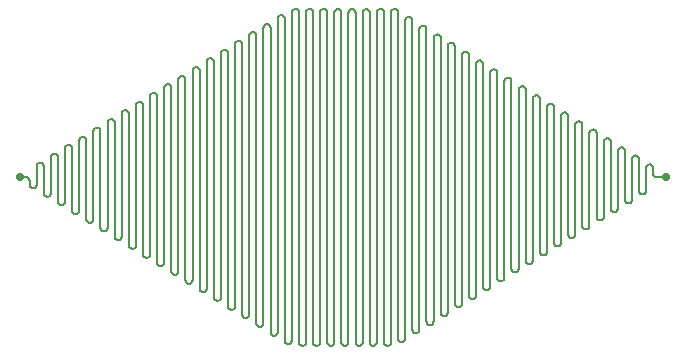
<source format=gbr>
G04 #@! TF.GenerationSoftware,KiCad,Pcbnew,(5.1.5)-3*
G04 #@! TF.CreationDate,2021-10-24T21:59:30+02:00*
G04 #@! TF.ProjectId,seg4,73656734-2e6b-4696-9361-645f70636258,1*
G04 #@! TF.SameCoordinates,Original*
G04 #@! TF.FileFunction,Copper,L1,Top*
G04 #@! TF.FilePolarity,Positive*
%FSLAX46Y46*%
G04 Gerber Fmt 4.6, Leading zero omitted, Abs format (unit mm)*
G04 Created by KiCad (PCBNEW (5.1.5)-3) date 2021-10-24 21:59:30*
%MOMM*%
%LPD*%
G04 APERTURE LIST*
%ADD10C,0.700000*%
%ADD11C,0.152400*%
G04 APERTURE END LIST*
D10*
X167855555Y-88895998D03*
X113199407Y-88895998D03*
D11*
X165034452Y-87158952D02*
X165081955Y-87111449D01*
X164998711Y-87215833D02*
X165034452Y-87158952D01*
X164976523Y-87279242D02*
X164998711Y-87215833D01*
X164969002Y-87345998D02*
X164976523Y-87279242D01*
X164969002Y-90795998D02*
X164969002Y-87345998D01*
X164961480Y-90862754D02*
X164969002Y-90795998D01*
X164939292Y-90926163D02*
X164961480Y-90862754D01*
X164903551Y-90983044D02*
X164939292Y-90926163D01*
X164856048Y-91030547D02*
X164903551Y-90983044D01*
X164799167Y-91066288D02*
X164856048Y-91030547D01*
X164735758Y-91088476D02*
X164799167Y-91066288D01*
X164669002Y-91095998D02*
X164735758Y-91088476D01*
X164602245Y-91088476D02*
X164669002Y-91095998D01*
X164538836Y-91066288D02*
X164602245Y-91088476D01*
X164481955Y-91030547D02*
X164538836Y-91066288D01*
X164434452Y-90983044D02*
X164481955Y-91030547D01*
X164398711Y-90926163D02*
X164434452Y-90983044D01*
X164376523Y-90862754D02*
X164398711Y-90926163D01*
X164369002Y-90795998D02*
X164376523Y-90862754D01*
X164369002Y-86645998D02*
X164369002Y-90795998D01*
X164361480Y-86579242D02*
X164369002Y-86645998D01*
X164339292Y-86515833D02*
X164361480Y-86579242D01*
X164303551Y-86458952D02*
X164339292Y-86515833D01*
X164256048Y-86411449D02*
X164303551Y-86458952D01*
X164199167Y-86375708D02*
X164256048Y-86411449D01*
X164135758Y-86353520D02*
X164199167Y-86375708D01*
X164069002Y-86345998D02*
X164135758Y-86353520D01*
X164002245Y-86353520D02*
X164069002Y-86345998D01*
X163938836Y-86375708D02*
X164002245Y-86353520D01*
X163881955Y-86411449D02*
X163938836Y-86375708D01*
X163834452Y-86458952D02*
X163881955Y-86411449D01*
X163798711Y-86515833D02*
X163834452Y-86458952D01*
X163776523Y-86579242D02*
X163798711Y-86515833D01*
X163769002Y-86645998D02*
X163776523Y-86579242D01*
X163769002Y-91545998D02*
X163769002Y-86645998D01*
X163761480Y-91612754D02*
X163769002Y-91545998D01*
X163739292Y-91676163D02*
X163761480Y-91612754D01*
X163703551Y-91733044D02*
X163739292Y-91676163D01*
X163656048Y-91780547D02*
X163703551Y-91733044D01*
X163599167Y-91816288D02*
X163656048Y-91780547D01*
X163535758Y-91838476D02*
X163599167Y-91816288D01*
X163469002Y-91845998D02*
X163535758Y-91838476D01*
X163402245Y-91838476D02*
X163469002Y-91845998D01*
X163338836Y-91816288D02*
X163402245Y-91838476D01*
X163281955Y-91780547D02*
X163338836Y-91816288D01*
X163234452Y-91733044D02*
X163281955Y-91780547D01*
X163198711Y-91676163D02*
X163234452Y-91733044D01*
X163176523Y-91612754D02*
X163198711Y-91676163D01*
X163169002Y-91545998D02*
X163176523Y-91612754D01*
X163169002Y-85895998D02*
X163169002Y-91545998D01*
X163161480Y-85829242D02*
X163169002Y-85895998D01*
X163139292Y-85765833D02*
X163161480Y-85829242D01*
X163103551Y-85708952D02*
X163139292Y-85765833D01*
X163056048Y-85661449D02*
X163103551Y-85708952D01*
X162999167Y-85625708D02*
X163056048Y-85661449D01*
X162935758Y-85603520D02*
X162999167Y-85625708D01*
X162869002Y-85595998D02*
X162935758Y-85603520D01*
X162802245Y-85603520D02*
X162869002Y-85595998D01*
X162738836Y-85625708D02*
X162802245Y-85603520D01*
X162681955Y-85661449D02*
X162738836Y-85625708D01*
X162634452Y-85708952D02*
X162681955Y-85661449D01*
X162598711Y-85765833D02*
X162634452Y-85708952D01*
X162576523Y-85829242D02*
X162598711Y-85765833D01*
X162569002Y-85895998D02*
X162576523Y-85829242D01*
X162569002Y-92245998D02*
X162569002Y-85895998D01*
X162561480Y-92312754D02*
X162569002Y-92245998D01*
X162539292Y-92376163D02*
X162561480Y-92312754D01*
X162503551Y-92433044D02*
X162539292Y-92376163D01*
X162456048Y-92480547D02*
X162503551Y-92433044D01*
X162399167Y-92516288D02*
X162456048Y-92480547D01*
X162335758Y-92538476D02*
X162399167Y-92516288D01*
X162269002Y-92545998D02*
X162335758Y-92538476D01*
X162202245Y-92538476D02*
X162269002Y-92545998D01*
X162138836Y-92516288D02*
X162202245Y-92538476D01*
X162081955Y-92480547D02*
X162138836Y-92516288D01*
X162034452Y-92433044D02*
X162081955Y-92480547D01*
X161998711Y-92376163D02*
X162034452Y-92433044D01*
X161976523Y-92312754D02*
X161998711Y-92376163D01*
X161969002Y-92245998D02*
X161976523Y-92312754D01*
X161969002Y-85145998D02*
X161969002Y-92245998D01*
X161961480Y-85079242D02*
X161969002Y-85145998D01*
X161939292Y-85015833D02*
X161961480Y-85079242D01*
X161903551Y-84958952D02*
X161939292Y-85015833D01*
X161856048Y-84911449D02*
X161903551Y-84958952D01*
X161799167Y-84875708D02*
X161856048Y-84911449D01*
X161735758Y-84853520D02*
X161799167Y-84875708D01*
X161669002Y-84845998D02*
X161735758Y-84853520D01*
X161602245Y-84853520D02*
X161669002Y-84845998D01*
X161538836Y-84875708D02*
X161602245Y-84853520D01*
X161481955Y-84911449D02*
X161538836Y-84875708D01*
X161434452Y-84958952D02*
X161481955Y-84911449D01*
X161398711Y-85015833D02*
X161434452Y-84958952D01*
X161376523Y-85079242D02*
X161398711Y-85015833D01*
X161369002Y-85145998D02*
X161376523Y-85079242D01*
X161369002Y-92995998D02*
X161369002Y-85145998D01*
X161361480Y-93062754D02*
X161369002Y-92995998D01*
X161339292Y-93126163D02*
X161361480Y-93062754D01*
X161303551Y-93183044D02*
X161339292Y-93126163D01*
X161256048Y-93230547D02*
X161303551Y-93183044D01*
X161199167Y-93266288D02*
X161256048Y-93230547D01*
X161135758Y-93288476D02*
X161199167Y-93266288D01*
X161069002Y-93295998D02*
X161135758Y-93288476D01*
X161002245Y-93288476D02*
X161069002Y-93295998D01*
X160938836Y-93266288D02*
X161002245Y-93288476D01*
X160881955Y-93230547D02*
X160938836Y-93266288D01*
X160834452Y-93183044D02*
X160881955Y-93230547D01*
X160798711Y-93126163D02*
X160834452Y-93183044D01*
X160776523Y-93062754D02*
X160798711Y-93126163D01*
X160769002Y-92995998D02*
X160776523Y-93062754D01*
X160769002Y-84445998D02*
X160769002Y-92995998D01*
X160761480Y-84379242D02*
X160769002Y-84445998D01*
X160739292Y-84315833D02*
X160761480Y-84379242D01*
X160703551Y-84258952D02*
X160739292Y-84315833D01*
X160656048Y-84211449D02*
X160703551Y-84258952D01*
X160599167Y-84175708D02*
X160656048Y-84211449D01*
X160535758Y-84153520D02*
X160599167Y-84175708D01*
X160469002Y-84145998D02*
X160535758Y-84153520D01*
X160402245Y-84153520D02*
X160469002Y-84145998D01*
X160338836Y-84175708D02*
X160402245Y-84153520D01*
X160281955Y-84211449D02*
X160338836Y-84175708D01*
X160234452Y-84258952D02*
X160281955Y-84211449D01*
X160198711Y-84315833D02*
X160234452Y-84258952D01*
X160176523Y-84379242D02*
X160198711Y-84315833D01*
X160169002Y-84445998D02*
X160176523Y-84379242D01*
X160169002Y-93745998D02*
X160169002Y-84445998D01*
X160161480Y-93812754D02*
X160169002Y-93745998D01*
X160139292Y-93876163D02*
X160161480Y-93812754D01*
X160103551Y-93933044D02*
X160139292Y-93876163D01*
X160056048Y-93980547D02*
X160103551Y-93933044D01*
X159999167Y-94016288D02*
X160056048Y-93980547D01*
X159935758Y-94038476D02*
X159999167Y-94016288D01*
X159869002Y-94045998D02*
X159935758Y-94038476D01*
X159802245Y-94038476D02*
X159869002Y-94045998D01*
X159738836Y-94016288D02*
X159802245Y-94038476D01*
X159681955Y-93980547D02*
X159738836Y-94016288D01*
X159634452Y-93933044D02*
X159681955Y-93980547D01*
X159598711Y-93876163D02*
X159634452Y-93933044D01*
X159576523Y-93812754D02*
X159598711Y-93876163D01*
X159539292Y-83565833D02*
X159561480Y-83629242D01*
X159503551Y-83508952D02*
X159539292Y-83565833D01*
X159456048Y-83461449D02*
X159503551Y-83508952D01*
X159399167Y-83425708D02*
X159456048Y-83461449D01*
X159335758Y-83403520D02*
X159399167Y-83425708D01*
X159269002Y-83395998D02*
X159335758Y-83403520D01*
X159202245Y-83403520D02*
X159269002Y-83395998D01*
X159138836Y-83425708D02*
X159202245Y-83403520D01*
X159081955Y-83461449D02*
X159138836Y-83425708D01*
X159034452Y-83508952D02*
X159081955Y-83461449D01*
X158998711Y-83565833D02*
X159034452Y-83508952D01*
X158976523Y-83629242D02*
X158998711Y-83565833D01*
X158969002Y-83695998D02*
X158976523Y-83629242D01*
X158969002Y-94445998D02*
X158969002Y-83695998D01*
X158961480Y-94512754D02*
X158969002Y-94445998D01*
X158939292Y-94576163D02*
X158961480Y-94512754D01*
X158903551Y-94633044D02*
X158939292Y-94576163D01*
X158856048Y-94680547D02*
X158903551Y-94633044D01*
X158799167Y-94716288D02*
X158856048Y-94680547D01*
X158735758Y-94738476D02*
X158799167Y-94716288D01*
X158669002Y-94745998D02*
X158735758Y-94738476D01*
X158602245Y-94738476D02*
X158669002Y-94745998D01*
X158538836Y-94716288D02*
X158602245Y-94738476D01*
X158481955Y-94680547D02*
X158538836Y-94716288D01*
X158434452Y-94633044D02*
X158481955Y-94680547D01*
X158398711Y-94576163D02*
X158434452Y-94633044D01*
X158376523Y-94512754D02*
X158398711Y-94576163D01*
X158369002Y-94445998D02*
X158376523Y-94512754D01*
X158369002Y-82945998D02*
X158369002Y-94445998D01*
X158361480Y-82879242D02*
X158369002Y-82945998D01*
X158339292Y-82815833D02*
X158361480Y-82879242D01*
X158303551Y-82758952D02*
X158339292Y-82815833D01*
X158256048Y-82711449D02*
X158303551Y-82758952D01*
X158199167Y-82675708D02*
X158256048Y-82711449D01*
X158135758Y-82653520D02*
X158199167Y-82675708D01*
X158069002Y-82645998D02*
X158135758Y-82653520D01*
X158002245Y-82653520D02*
X158069002Y-82645998D01*
X157938836Y-82675708D02*
X158002245Y-82653520D01*
X157881955Y-82711449D02*
X157938836Y-82675708D01*
X157834452Y-82758952D02*
X157881955Y-82711449D01*
X157798711Y-82815833D02*
X157834452Y-82758952D01*
X157776523Y-82879242D02*
X157798711Y-82815833D01*
X157769002Y-82945998D02*
X157776523Y-82879242D01*
X157769002Y-95195998D02*
X157769002Y-82945998D01*
X157761480Y-95262754D02*
X157769002Y-95195998D01*
X157739292Y-95326163D02*
X157761480Y-95262754D01*
X157703551Y-95383044D02*
X157739292Y-95326163D01*
X157656048Y-95430547D02*
X157703551Y-95383044D01*
X157599167Y-95466288D02*
X157656048Y-95430547D01*
X157535758Y-95488476D02*
X157599167Y-95466288D01*
X157469002Y-95495998D02*
X157535758Y-95488476D01*
X157402245Y-95488476D02*
X157469002Y-95495998D01*
X157338836Y-95466288D02*
X157402245Y-95488476D01*
X157281955Y-95430547D02*
X157338836Y-95466288D01*
X157234452Y-95383044D02*
X157281955Y-95430547D01*
X157198711Y-95326163D02*
X157234452Y-95383044D01*
X157176523Y-95262754D02*
X157198711Y-95326163D01*
X157169002Y-95195998D02*
X157176523Y-95262754D01*
X157169002Y-82245998D02*
X157169002Y-95195998D01*
X157161480Y-82179242D02*
X157169002Y-82245998D01*
X157139292Y-82115833D02*
X157161480Y-82179242D01*
X157103551Y-82058952D02*
X157139292Y-82115833D01*
X157056048Y-82011449D02*
X157103551Y-82058952D01*
X156999167Y-81975708D02*
X157056048Y-82011449D01*
X156935758Y-81953520D02*
X156999167Y-81975708D01*
X156869002Y-81945998D02*
X156935758Y-81953520D01*
X156802245Y-81953520D02*
X156869002Y-81945998D01*
X156738836Y-81975708D02*
X156802245Y-81953520D01*
X156681955Y-82011449D02*
X156738836Y-81975708D01*
X156634452Y-82058952D02*
X156681955Y-82011449D01*
X156598711Y-82115833D02*
X156634452Y-82058952D01*
X156576523Y-82179242D02*
X156598711Y-82115833D01*
X156569002Y-82245998D02*
X156576523Y-82179242D01*
X156569002Y-95945998D02*
X156569002Y-82245998D01*
X156561480Y-96012754D02*
X156569002Y-95945998D01*
X156539292Y-96076163D02*
X156561480Y-96012754D01*
X156503551Y-96133044D02*
X156539292Y-96076163D01*
X156456048Y-96180547D02*
X156503551Y-96133044D01*
X156399167Y-96216288D02*
X156456048Y-96180547D01*
X156335758Y-96238476D02*
X156399167Y-96216288D01*
X156269002Y-96245998D02*
X156335758Y-96238476D01*
X156202245Y-96238476D02*
X156269002Y-96245998D01*
X156138836Y-96216288D02*
X156202245Y-96238476D01*
X156081955Y-96180547D02*
X156138836Y-96216288D01*
X156034452Y-96133044D02*
X156081955Y-96180547D01*
X155998711Y-96076163D02*
X156034452Y-96133044D01*
X155976523Y-96012754D02*
X155998711Y-96076163D01*
X155969002Y-95945998D02*
X155976523Y-96012754D01*
X155969002Y-81495998D02*
X155969002Y-95945998D01*
X155961480Y-81429242D02*
X155969002Y-81495998D01*
X155939292Y-81365833D02*
X155961480Y-81429242D01*
X155903551Y-81308952D02*
X155939292Y-81365833D01*
X155856048Y-81261449D02*
X155903551Y-81308952D01*
X155799167Y-81225708D02*
X155856048Y-81261449D01*
X155735758Y-81203520D02*
X155799167Y-81225708D01*
X155669002Y-81195998D02*
X155735758Y-81203520D01*
X155602245Y-81203520D02*
X155669002Y-81195998D01*
X155538836Y-81225708D02*
X155602245Y-81203520D01*
X155481955Y-81261449D02*
X155538836Y-81225708D01*
X155434452Y-81308952D02*
X155481955Y-81261449D01*
X155398711Y-81365833D02*
X155434452Y-81308952D01*
X155376523Y-81429242D02*
X155398711Y-81365833D01*
X155369002Y-81495998D02*
X155376523Y-81429242D01*
X155369002Y-96645998D02*
X155369002Y-81495998D01*
X155361480Y-96712754D02*
X155369002Y-96645998D01*
X155339292Y-96776163D02*
X155361480Y-96712754D01*
X155303551Y-96833044D02*
X155339292Y-96776163D01*
X155256048Y-96880547D02*
X155303551Y-96833044D01*
X155199167Y-96916288D02*
X155256048Y-96880547D01*
X155135758Y-96938476D02*
X155199167Y-96916288D01*
X155069002Y-96945998D02*
X155135758Y-96938476D01*
X155002245Y-96938476D02*
X155069002Y-96945998D01*
X154938836Y-96916288D02*
X155002245Y-96938476D01*
X154881955Y-96880547D02*
X154938836Y-96916288D01*
X154834452Y-96833044D02*
X154881955Y-96880547D01*
X154798711Y-96776163D02*
X154834452Y-96833044D01*
X154776523Y-96712754D02*
X154798711Y-96776163D01*
X154769002Y-96645998D02*
X154776523Y-96712754D01*
X154769002Y-80745998D02*
X154769002Y-96645998D01*
X154761480Y-80679242D02*
X154769002Y-80745998D01*
X154739292Y-80615833D02*
X154761480Y-80679242D01*
X154703551Y-80558952D02*
X154739292Y-80615833D01*
X154656048Y-80511449D02*
X154703551Y-80558952D01*
X154599167Y-80475708D02*
X154656048Y-80511449D01*
X154535758Y-80453520D02*
X154599167Y-80475708D01*
X154469002Y-80445998D02*
X154535758Y-80453520D01*
X154402245Y-80453520D02*
X154469002Y-80445998D01*
X154338836Y-80475708D02*
X154402245Y-80453520D01*
X154281955Y-80511449D02*
X154338836Y-80475708D01*
X159561480Y-83629242D02*
X159569002Y-83695998D01*
X154234452Y-80558952D02*
X154281955Y-80511449D01*
X159569002Y-83695998D02*
X159569002Y-93745998D01*
X154198711Y-80615833D02*
X154234452Y-80558952D01*
X154176523Y-80679242D02*
X154198711Y-80615833D01*
X154169002Y-80745998D02*
X154176523Y-80679242D01*
X154169002Y-97395998D02*
X154169002Y-80745998D01*
X154161480Y-97462754D02*
X154169002Y-97395998D01*
X154139292Y-97526163D02*
X154161480Y-97462754D01*
X154103551Y-97583044D02*
X154139292Y-97526163D01*
X154056048Y-97630547D02*
X154103551Y-97583044D01*
X153999167Y-97666288D02*
X154056048Y-97630547D01*
X153935758Y-97688476D02*
X153999167Y-97666288D01*
X153869002Y-97695998D02*
X153935758Y-97688476D01*
X153802245Y-97688476D02*
X153869002Y-97695998D01*
X153738836Y-97666288D02*
X153802245Y-97688476D01*
X153681955Y-97630547D02*
X153738836Y-97666288D01*
X153634452Y-97583044D02*
X153681955Y-97630547D01*
X153598711Y-97526163D02*
X153634452Y-97583044D01*
X153576523Y-97462754D02*
X153598711Y-97526163D01*
X153569002Y-97395998D02*
X153576523Y-97462754D01*
X153569002Y-80045998D02*
X153569002Y-97395998D01*
X153561480Y-79979242D02*
X153569002Y-80045998D01*
X159569002Y-93745998D02*
X159576523Y-93812754D01*
X153539292Y-79915833D02*
X153561480Y-79979242D01*
X153503551Y-79858952D02*
X153539292Y-79915833D01*
X153456048Y-79811449D02*
X153503551Y-79858952D01*
X153399167Y-79775708D02*
X153456048Y-79811449D01*
X153335758Y-79753520D02*
X153399167Y-79775708D01*
X153269002Y-79745998D02*
X153335758Y-79753520D01*
X153202245Y-79753520D02*
X153269002Y-79745998D01*
X153138836Y-79775708D02*
X153202245Y-79753520D01*
X153081955Y-79811449D02*
X153138836Y-79775708D01*
X153034452Y-79858952D02*
X153081955Y-79811449D01*
X152998711Y-79915833D02*
X153034452Y-79858952D01*
X152976523Y-79979242D02*
X152998711Y-79915833D01*
X152969002Y-80045998D02*
X152976523Y-79979242D01*
X152969002Y-98145998D02*
X152969002Y-80045998D01*
X152961480Y-98212754D02*
X152969002Y-98145998D01*
X152939292Y-98276163D02*
X152961480Y-98212754D01*
X152903551Y-98333044D02*
X152939292Y-98276163D01*
X152856048Y-98380547D02*
X152903551Y-98333044D01*
X152799167Y-98416288D02*
X152856048Y-98380547D01*
X152735758Y-98438476D02*
X152799167Y-98416288D01*
X152669002Y-98445998D02*
X152735758Y-98438476D01*
X152602245Y-98438476D02*
X152669002Y-98445998D01*
X152538836Y-98416288D02*
X152602245Y-98438476D01*
X152481955Y-98380547D02*
X152538836Y-98416288D01*
X152434452Y-98333044D02*
X152481955Y-98380547D01*
X152398711Y-98276163D02*
X152434452Y-98333044D01*
X152376523Y-98212754D02*
X152398711Y-98276163D01*
X152369002Y-98145998D02*
X152376523Y-98212754D01*
X152369002Y-79295998D02*
X152369002Y-98145998D01*
X152361480Y-79229242D02*
X152369002Y-79295998D01*
X152339292Y-79165833D02*
X152361480Y-79229242D01*
X152303551Y-79108952D02*
X152339292Y-79165833D01*
X152256048Y-79061449D02*
X152303551Y-79108952D01*
X152199167Y-79025708D02*
X152256048Y-79061449D01*
X152135758Y-79003520D02*
X152199167Y-79025708D01*
X152069002Y-78995998D02*
X152135758Y-79003520D01*
X152002245Y-79003520D02*
X152069002Y-78995998D01*
X151938836Y-79025708D02*
X152002245Y-79003520D01*
X151881955Y-79061449D02*
X151938836Y-79025708D01*
X151834452Y-79108952D02*
X151881955Y-79061449D01*
X151798711Y-79165833D02*
X151834452Y-79108952D01*
X151776523Y-79229242D02*
X151798711Y-79165833D01*
X151769002Y-79295998D02*
X151776523Y-79229242D01*
X151769002Y-98895998D02*
X151769002Y-79295998D01*
X151761480Y-98962754D02*
X151769002Y-98895998D01*
X151739292Y-99026163D02*
X151761480Y-98962754D01*
X151703551Y-99083044D02*
X151739292Y-99026163D01*
X151656048Y-99130547D02*
X151703551Y-99083044D01*
X151599167Y-99166288D02*
X151656048Y-99130547D01*
X151535758Y-99188476D02*
X151599167Y-99166288D01*
X151469002Y-99195998D02*
X151535758Y-99188476D01*
X151402245Y-99188476D02*
X151469002Y-99195998D01*
X151338836Y-99166288D02*
X151402245Y-99188476D01*
X151281955Y-99130547D02*
X151338836Y-99166288D01*
X151234452Y-99083044D02*
X151281955Y-99130547D01*
X151198711Y-99026163D02*
X151234452Y-99083044D01*
X151176523Y-98962754D02*
X151198711Y-99026163D01*
X151169002Y-98895998D02*
X151176523Y-98962754D01*
X151169002Y-78545998D02*
X151169002Y-98895998D01*
X151161480Y-78479242D02*
X151169002Y-78545998D01*
X151139292Y-78415833D02*
X151161480Y-78479242D01*
X151103551Y-78358952D02*
X151139292Y-78415833D01*
X151056048Y-78311449D02*
X151103551Y-78358952D01*
X150999167Y-78275708D02*
X151056048Y-78311449D01*
X150935758Y-78253520D02*
X150999167Y-78275708D01*
X150869002Y-78245998D02*
X150935758Y-78253520D01*
X150802245Y-78253520D02*
X150869002Y-78245998D01*
X150738836Y-78275708D02*
X150802245Y-78253520D01*
X150681955Y-78311449D02*
X150738836Y-78275708D01*
X150634452Y-78358952D02*
X150681955Y-78311449D01*
X150598711Y-78415833D02*
X150634452Y-78358952D01*
X150576523Y-78479242D02*
X150598711Y-78415833D01*
X150569002Y-78545998D02*
X150576523Y-78479242D01*
X150569002Y-99595998D02*
X150569002Y-78545998D01*
X150561480Y-99662754D02*
X150569002Y-99595998D01*
X150539292Y-99726163D02*
X150561480Y-99662754D01*
X150503551Y-99783044D02*
X150539292Y-99726163D01*
X150456048Y-99830547D02*
X150503551Y-99783044D01*
X150399167Y-99866288D02*
X150456048Y-99830547D01*
X150335758Y-99888476D02*
X150399167Y-99866288D01*
X150269002Y-99895998D02*
X150335758Y-99888476D01*
X150202245Y-99888476D02*
X150269002Y-99895998D01*
X150138836Y-99866288D02*
X150202245Y-99888476D01*
X150081955Y-99830547D02*
X150138836Y-99866288D01*
X150034452Y-99783044D02*
X150081955Y-99830547D01*
X149998711Y-99726163D02*
X150034452Y-99783044D01*
X149976523Y-99662754D02*
X149998711Y-99726163D01*
X149969002Y-99595998D02*
X149976523Y-99662754D01*
X149969002Y-77795998D02*
X149969002Y-99595998D01*
X149961480Y-77729242D02*
X149969002Y-77795998D01*
X149939292Y-77665833D02*
X149961480Y-77729242D01*
X149903551Y-77608952D02*
X149939292Y-77665833D01*
X149856048Y-77561449D02*
X149903551Y-77608952D01*
X149799167Y-77525708D02*
X149856048Y-77561449D01*
X149735758Y-77503520D02*
X149799167Y-77525708D01*
X149669002Y-77495998D02*
X149735758Y-77503520D01*
X149602245Y-77503520D02*
X149669002Y-77495998D01*
X149538836Y-77525708D02*
X149602245Y-77503520D01*
X149481955Y-77561449D02*
X149538836Y-77525708D01*
X149434452Y-77608952D02*
X149481955Y-77561449D01*
X149398711Y-77665833D02*
X149434452Y-77608952D01*
X149376523Y-77729242D02*
X149398711Y-77665833D01*
X149369002Y-77795998D02*
X149376523Y-77729242D01*
X149369002Y-100345998D02*
X149369002Y-77795998D01*
X149361480Y-100412754D02*
X149369002Y-100345998D01*
X149339292Y-100476163D02*
X149361480Y-100412754D01*
X149303551Y-100533044D02*
X149339292Y-100476163D01*
X149256048Y-100580547D02*
X149303551Y-100533044D01*
X149199167Y-100616288D02*
X149256048Y-100580547D01*
X149135758Y-100638476D02*
X149199167Y-100616288D01*
X149069002Y-100645998D02*
X149135758Y-100638476D01*
X149002245Y-100638476D02*
X149069002Y-100645998D01*
X148938836Y-100616288D02*
X149002245Y-100638476D01*
X148881955Y-100580547D02*
X148938836Y-100616288D01*
X148834452Y-100533044D02*
X148881955Y-100580547D01*
X148798711Y-100476163D02*
X148834452Y-100533044D01*
X148776523Y-100412754D02*
X148798711Y-100476163D01*
X148769002Y-100345998D02*
X148776523Y-100412754D01*
X148769002Y-77095998D02*
X148769002Y-100345998D01*
X148761480Y-77029242D02*
X148769002Y-77095998D01*
X148739292Y-76965833D02*
X148761480Y-77029242D01*
X148703551Y-76908952D02*
X148739292Y-76965833D01*
X148656048Y-76861449D02*
X148703551Y-76908952D01*
X148599167Y-76825708D02*
X148656048Y-76861449D01*
X148535758Y-76803520D02*
X148599167Y-76825708D01*
X148469002Y-76795998D02*
X148535758Y-76803520D01*
X148402245Y-76803520D02*
X148469002Y-76795998D01*
X148338836Y-76825708D02*
X148402245Y-76803520D01*
X148281955Y-76861449D02*
X148338836Y-76825708D01*
X148234452Y-76908952D02*
X148281955Y-76861449D01*
X148198711Y-76965833D02*
X148234452Y-76908952D01*
X148176523Y-77029242D02*
X148198711Y-76965833D01*
X148169002Y-77095998D02*
X148176523Y-77029242D01*
X148169002Y-101095998D02*
X148169002Y-77095998D01*
X148161480Y-101162754D02*
X148169002Y-101095998D01*
X148139292Y-101226163D02*
X148161480Y-101162754D01*
X148103551Y-101283044D02*
X148139292Y-101226163D01*
X148056048Y-101330547D02*
X148103551Y-101283044D01*
X147999167Y-101366288D02*
X148056048Y-101330547D01*
X147935758Y-101388476D02*
X147999167Y-101366288D01*
X147869002Y-101395998D02*
X147935758Y-101388476D01*
X147802245Y-101388476D02*
X147869002Y-101395998D01*
X147738836Y-101366288D02*
X147802245Y-101388476D01*
X147681955Y-101330547D02*
X147738836Y-101366288D01*
X147634452Y-101283044D02*
X147681955Y-101330547D01*
X147598711Y-101226163D02*
X147634452Y-101283044D01*
X147576523Y-101162754D02*
X147598711Y-101226163D01*
X147569002Y-101095998D02*
X147576523Y-101162754D01*
X147569002Y-76345998D02*
X147569002Y-101095998D01*
X147561480Y-76279242D02*
X147569002Y-76345998D01*
X147539292Y-76215833D02*
X147561480Y-76279242D01*
X147503551Y-76158952D02*
X147539292Y-76215833D01*
X147456048Y-76111449D02*
X147503551Y-76158952D01*
X147399167Y-76075708D02*
X147456048Y-76111449D01*
X147335758Y-76053520D02*
X147399167Y-76075708D01*
X147269002Y-76045998D02*
X147335758Y-76053520D01*
X147202245Y-76053520D02*
X147269002Y-76045998D01*
X147138836Y-76075708D02*
X147202245Y-76053520D01*
X147081955Y-76111449D02*
X147138836Y-76075708D01*
X147034452Y-76158952D02*
X147081955Y-76111449D01*
X146998711Y-76215833D02*
X147034452Y-76158952D01*
X146976523Y-76279242D02*
X146998711Y-76215833D01*
X146969002Y-76345998D02*
X146976523Y-76279242D01*
X146969002Y-101795998D02*
X146969002Y-76345998D01*
X146961480Y-101862754D02*
X146969002Y-101795998D01*
X146939292Y-101926163D02*
X146961480Y-101862754D01*
X146903551Y-101983044D02*
X146939292Y-101926163D01*
X146856048Y-102030547D02*
X146903551Y-101983044D01*
X146799167Y-102066288D02*
X146856048Y-102030547D01*
X146735758Y-102088476D02*
X146799167Y-102066288D01*
X146669002Y-102095998D02*
X146735758Y-102088476D01*
X146602245Y-102088476D02*
X146669002Y-102095998D01*
X146538836Y-102066288D02*
X146602245Y-102088476D01*
X146481955Y-102030547D02*
X146538836Y-102066288D01*
X129999167Y-99316288D02*
X130056048Y-99280547D01*
X129869002Y-99345998D02*
X129935758Y-99338476D01*
X129802245Y-99338476D02*
X129869002Y-99345998D01*
X129634452Y-99233044D02*
X129681955Y-99280547D01*
X129598711Y-99176163D02*
X129634452Y-99233044D01*
X129576523Y-99112754D02*
X129598711Y-99176163D01*
X129569002Y-99045998D02*
X129576523Y-99112754D01*
X129569002Y-79095998D02*
X129569002Y-99045998D01*
X129561480Y-79029242D02*
X129569002Y-79095998D01*
X129503551Y-78908952D02*
X129539292Y-78965833D01*
X129399167Y-78825708D02*
X129456048Y-78861449D01*
X129269002Y-78795998D02*
X129335758Y-78803520D01*
X129202245Y-78803520D02*
X129269002Y-78795998D01*
X129138836Y-78825708D02*
X129202245Y-78803520D01*
X128998711Y-78965833D02*
X129034452Y-78908952D01*
X128976523Y-79029242D02*
X128998711Y-78965833D01*
X128903551Y-98483044D02*
X128939292Y-98426163D01*
X128856048Y-98530547D02*
X128903551Y-98483044D01*
X128799167Y-98566288D02*
X128856048Y-98530547D01*
X128735758Y-98588476D02*
X128799167Y-98566288D01*
X128602245Y-98588476D02*
X128669002Y-98595998D01*
X128434452Y-98483044D02*
X128481955Y-98530547D01*
X128361480Y-79779242D02*
X128369002Y-79845998D01*
X128303551Y-79658952D02*
X128339292Y-79715833D01*
X128199167Y-79575708D02*
X128256048Y-79611449D01*
X128135758Y-79553520D02*
X128199167Y-79575708D01*
X128069002Y-79545998D02*
X128135758Y-79553520D01*
X128002245Y-79553520D02*
X128069002Y-79545998D01*
X127938836Y-79575708D02*
X128002245Y-79553520D01*
X127881955Y-79611449D02*
X127938836Y-79575708D01*
X127834452Y-79658952D02*
X127881955Y-79611449D01*
X127798711Y-79715833D02*
X127834452Y-79658952D01*
X127776523Y-79779242D02*
X127798711Y-79715833D01*
X127769002Y-79845998D02*
X127776523Y-79779242D01*
X127769002Y-97595998D02*
X127769002Y-79845998D01*
X127761480Y-97662754D02*
X127769002Y-97595998D01*
X127739292Y-97726163D02*
X127761480Y-97662754D01*
X127703551Y-97783044D02*
X127739292Y-97726163D01*
X127656048Y-97830547D02*
X127703551Y-97783044D01*
X127599167Y-97866288D02*
X127656048Y-97830547D01*
X127535758Y-97888476D02*
X127599167Y-97866288D01*
X127469002Y-97895998D02*
X127535758Y-97888476D01*
X127402245Y-97888476D02*
X127469002Y-97895998D01*
X127338836Y-97866288D02*
X127402245Y-97888476D01*
X127281955Y-97830547D02*
X127338836Y-97866288D01*
X127234452Y-97783044D02*
X127281955Y-97830547D01*
X127198711Y-97726163D02*
X127234452Y-97783044D01*
X127176523Y-97662754D02*
X127198711Y-97726163D01*
X127169002Y-97595998D02*
X127176523Y-97662754D01*
X127169002Y-80595998D02*
X127169002Y-97595998D01*
X127161480Y-80529242D02*
X127169002Y-80595998D01*
X127139292Y-80465833D02*
X127161480Y-80529242D01*
X127103551Y-80408952D02*
X127139292Y-80465833D01*
X127056048Y-80361449D02*
X127103551Y-80408952D01*
X126999167Y-80325708D02*
X127056048Y-80361449D01*
X126935758Y-80303520D02*
X126999167Y-80325708D01*
X126869002Y-80295998D02*
X126935758Y-80303520D01*
X126802245Y-80303520D02*
X126869002Y-80295998D01*
X126738836Y-80325708D02*
X126802245Y-80303520D01*
X126681955Y-80361449D02*
X126738836Y-80325708D01*
X126634452Y-80408952D02*
X126681955Y-80361449D01*
X126598711Y-80465833D02*
X126634452Y-80408952D01*
X126576523Y-80529242D02*
X126598711Y-80465833D01*
X126569002Y-80595998D02*
X126576523Y-80529242D01*
X126569002Y-96845998D02*
X126569002Y-80595998D01*
X126561480Y-96912754D02*
X126569002Y-96845998D01*
X126539292Y-96976163D02*
X126561480Y-96912754D01*
X126503551Y-97033044D02*
X126539292Y-96976163D01*
X126456048Y-97080547D02*
X126503551Y-97033044D01*
X126399167Y-97116288D02*
X126456048Y-97080547D01*
X126335758Y-97138476D02*
X126399167Y-97116288D01*
X126269002Y-97145998D02*
X126335758Y-97138476D01*
X126202245Y-97138476D02*
X126269002Y-97145998D01*
X126138836Y-97116288D02*
X126202245Y-97138476D01*
X126081955Y-97080547D02*
X126138836Y-97116288D01*
X126034452Y-97033044D02*
X126081955Y-97080547D01*
X125998711Y-96976163D02*
X126034452Y-97033044D01*
X125976523Y-96912754D02*
X125998711Y-96976163D01*
X125969002Y-96845998D02*
X125976523Y-96912754D01*
X125969002Y-81295998D02*
X125969002Y-96845998D01*
X125961480Y-81229242D02*
X125969002Y-81295998D01*
X125939292Y-81165833D02*
X125961480Y-81229242D01*
X125903551Y-81108952D02*
X125939292Y-81165833D01*
X125856048Y-81061449D02*
X125903551Y-81108952D01*
X125799167Y-81025708D02*
X125856048Y-81061449D01*
X125735758Y-81003520D02*
X125799167Y-81025708D01*
X125669002Y-80995998D02*
X125735758Y-81003520D01*
X125602245Y-81003520D02*
X125669002Y-80995998D01*
X125538836Y-81025708D02*
X125602245Y-81003520D01*
X125481955Y-81061449D02*
X125538836Y-81025708D01*
X125434452Y-81108952D02*
X125481955Y-81061449D01*
X125398711Y-81165833D02*
X125434452Y-81108952D01*
X125376523Y-81229242D02*
X125398711Y-81165833D01*
X125369002Y-81295998D02*
X125376523Y-81229242D01*
X125369002Y-96095998D02*
X125369002Y-81295998D01*
X125361480Y-96162754D02*
X125369002Y-96095998D01*
X125339292Y-96226163D02*
X125361480Y-96162754D01*
X125303551Y-96283044D02*
X125339292Y-96226163D01*
X125256048Y-96330547D02*
X125303551Y-96283044D01*
X125199167Y-96366288D02*
X125256048Y-96330547D01*
X125135758Y-96388476D02*
X125199167Y-96366288D01*
X125069002Y-96395998D02*
X125135758Y-96388476D01*
X125002245Y-96388476D02*
X125069002Y-96395998D01*
X124938836Y-96366288D02*
X125002245Y-96388476D01*
X124881955Y-96330547D02*
X124938836Y-96366288D01*
X124834452Y-96283044D02*
X124881955Y-96330547D01*
X124798711Y-96226163D02*
X124834452Y-96283044D01*
X124776523Y-96162754D02*
X124798711Y-96226163D01*
X124769002Y-96095998D02*
X124776523Y-96162754D01*
X124769002Y-82045998D02*
X124769002Y-96095998D01*
X124761480Y-81979242D02*
X124769002Y-82045998D01*
X124739292Y-81915833D02*
X124761480Y-81979242D01*
X124703551Y-81858952D02*
X124739292Y-81915833D01*
X124656048Y-81811449D02*
X124703551Y-81858952D01*
X124599167Y-81775708D02*
X124656048Y-81811449D01*
X124535758Y-81753520D02*
X124599167Y-81775708D01*
X124469002Y-81745998D02*
X124535758Y-81753520D01*
X124402245Y-81753520D02*
X124469002Y-81745998D01*
X124338836Y-81775708D02*
X124402245Y-81753520D01*
X124281955Y-81811449D02*
X124338836Y-81775708D01*
X124234452Y-81858952D02*
X124281955Y-81811449D01*
X124198711Y-81915833D02*
X124234452Y-81858952D01*
X124176523Y-81979242D02*
X124198711Y-81915833D01*
X124169002Y-82045998D02*
X124176523Y-81979242D01*
X124169002Y-95395998D02*
X124169002Y-82045998D01*
X124161480Y-95462754D02*
X124169002Y-95395998D01*
X124139292Y-95526163D02*
X124161480Y-95462754D01*
X124103551Y-95583044D02*
X124139292Y-95526163D01*
X124056048Y-95630547D02*
X124103551Y-95583044D01*
X123999167Y-95666288D02*
X124056048Y-95630547D01*
X123935758Y-95688476D02*
X123999167Y-95666288D01*
X123869002Y-95695998D02*
X123935758Y-95688476D01*
X123802245Y-95688476D02*
X123869002Y-95695998D01*
X123738836Y-95666288D02*
X123802245Y-95688476D01*
X123681955Y-95630547D02*
X123738836Y-95666288D01*
X123634452Y-95583044D02*
X123681955Y-95630547D01*
X123598711Y-95526163D02*
X123634452Y-95583044D01*
X123576523Y-95462754D02*
X123598711Y-95526163D01*
X123569002Y-95395998D02*
X123576523Y-95462754D01*
X123569002Y-82795998D02*
X123569002Y-95395998D01*
X123561480Y-82729242D02*
X123569002Y-82795998D01*
X123539292Y-82665833D02*
X123561480Y-82729242D01*
X123503551Y-82608952D02*
X123539292Y-82665833D01*
X123456048Y-82561449D02*
X123503551Y-82608952D01*
X123399167Y-82525708D02*
X123456048Y-82561449D01*
X123335758Y-82503520D02*
X123399167Y-82525708D01*
X123269002Y-82495998D02*
X123335758Y-82503520D01*
X123202245Y-82503520D02*
X123269002Y-82495998D01*
X123138836Y-82525708D02*
X123202245Y-82503520D01*
X123081955Y-82561449D02*
X123138836Y-82525708D01*
X123034452Y-82608952D02*
X123081955Y-82561449D01*
X122998711Y-82665833D02*
X123034452Y-82608952D01*
X122976523Y-82729242D02*
X122998711Y-82665833D01*
X122969002Y-82795998D02*
X122976523Y-82729242D01*
X122969002Y-94645998D02*
X122969002Y-82795998D01*
X122961480Y-94712754D02*
X122969002Y-94645998D01*
X122939292Y-94776163D02*
X122961480Y-94712754D01*
X122903551Y-94833044D02*
X122939292Y-94776163D01*
X122856048Y-94880547D02*
X122903551Y-94833044D01*
X122799167Y-94916288D02*
X122856048Y-94880547D01*
X122735758Y-94938476D02*
X122799167Y-94916288D01*
X122669002Y-94945998D02*
X122735758Y-94938476D01*
X122602245Y-94938476D02*
X122669002Y-94945998D01*
X122538836Y-94916288D02*
X122602245Y-94938476D01*
X122481955Y-94880547D02*
X122538836Y-94916288D01*
X122434452Y-94833044D02*
X122481955Y-94880547D01*
X122398711Y-94776163D02*
X122434452Y-94833044D01*
X122376523Y-94712754D02*
X122398711Y-94776163D01*
X122369002Y-94645998D02*
X122376523Y-94712754D01*
X122369002Y-83495998D02*
X122369002Y-94645998D01*
X122361480Y-83429242D02*
X122369002Y-83495998D01*
X122339292Y-83365833D02*
X122361480Y-83429242D01*
X122303551Y-83308952D02*
X122339292Y-83365833D01*
X122256048Y-83261449D02*
X122303551Y-83308952D01*
X122199167Y-83225708D02*
X122256048Y-83261449D01*
X122135758Y-83203520D02*
X122199167Y-83225708D01*
X122069002Y-83195998D02*
X122135758Y-83203520D01*
X122002245Y-83203520D02*
X122069002Y-83195998D01*
X121938836Y-83225708D02*
X122002245Y-83203520D01*
X121881955Y-83261449D02*
X121938836Y-83225708D01*
X121834452Y-83308952D02*
X121881955Y-83261449D01*
X121798711Y-83365833D02*
X121834452Y-83308952D01*
X121776523Y-83429242D02*
X121798711Y-83365833D01*
X121769002Y-83495998D02*
X121776523Y-83429242D01*
X121769002Y-93895998D02*
X121769002Y-83495998D01*
X121761480Y-93962754D02*
X121769002Y-93895998D01*
X121739292Y-94026163D02*
X121761480Y-93962754D01*
X121703551Y-94083044D02*
X121739292Y-94026163D01*
X121656048Y-94130547D02*
X121703551Y-94083044D01*
X117539292Y-86315833D02*
X117561480Y-86379242D01*
X117503551Y-86258952D02*
X117539292Y-86315833D01*
X117399167Y-86175708D02*
X117456048Y-86211449D01*
X117335758Y-86153520D02*
X117399167Y-86175708D01*
X117269002Y-86145998D02*
X117335758Y-86153520D01*
X117202245Y-86153520D02*
X117269002Y-86145998D01*
X117138836Y-86175708D02*
X117202245Y-86153520D01*
X117081955Y-86211449D02*
X117138836Y-86175708D01*
X117034452Y-86258952D02*
X117081955Y-86211449D01*
X116998711Y-86315833D02*
X117034452Y-86258952D01*
X116976523Y-86379242D02*
X116998711Y-86315833D01*
X116969002Y-90945998D02*
X116969002Y-86445998D01*
X116961480Y-91012754D02*
X116969002Y-90945998D01*
X116939292Y-91076163D02*
X116961480Y-91012754D01*
X116903551Y-91133044D02*
X116939292Y-91076163D01*
X116856048Y-91180547D02*
X116903551Y-91133044D01*
X116735758Y-91238476D02*
X116799167Y-91216288D01*
X116669002Y-91245998D02*
X116735758Y-91238476D01*
X116602245Y-91238476D02*
X116669002Y-91245998D01*
X116538836Y-91216288D02*
X116602245Y-91238476D01*
X116376523Y-91012754D02*
X116398711Y-91076163D01*
X116369002Y-90945998D02*
X116376523Y-91012754D01*
X116369002Y-87195998D02*
X116369002Y-90945998D01*
X116339292Y-87065833D02*
X116361480Y-87129242D01*
X116303551Y-87008952D02*
X116339292Y-87065833D01*
X116256048Y-86961449D02*
X116303551Y-87008952D01*
X116199167Y-86925708D02*
X116256048Y-86961449D01*
X116069002Y-86895998D02*
X116135758Y-86903520D01*
X116002245Y-86903520D02*
X116069002Y-86895998D01*
X115881955Y-86961449D02*
X115938836Y-86925708D01*
X115834452Y-87008952D02*
X115881955Y-86961449D01*
X115769002Y-87195998D02*
X115776523Y-87129242D01*
X115761480Y-90312754D02*
X115769002Y-90245998D01*
X115599167Y-90516288D02*
X115656048Y-90480547D01*
X115776523Y-87129242D02*
X115798711Y-87065833D01*
X129034452Y-78908952D02*
X129081955Y-78861449D01*
X114539292Y-89626163D02*
X114561480Y-89562754D01*
X114802245Y-87653520D02*
X114869002Y-87645998D01*
X114456048Y-89730547D02*
X114503551Y-89683044D01*
X146434452Y-101983044D02*
X146481955Y-102030547D01*
X114503551Y-89683044D02*
X114539292Y-89626163D01*
X115703551Y-90433044D02*
X115739292Y-90376163D01*
X129335758Y-78803520D02*
X129399167Y-78825708D01*
X114399167Y-89766288D02*
X114456048Y-89730547D01*
X117456048Y-86211449D02*
X117503551Y-86258952D01*
X114335758Y-89788476D02*
X114399167Y-89766288D01*
X121535758Y-94188476D02*
X121599167Y-94166288D01*
X114269002Y-89795998D02*
X114335758Y-89788476D01*
X114202245Y-89788476D02*
X114269002Y-89795998D01*
X146339292Y-75465833D02*
X146361480Y-75529242D01*
X120802245Y-83953520D02*
X120869002Y-83945998D01*
X114138836Y-89766288D02*
X114202245Y-89788476D01*
X114561480Y-89562754D02*
X114569002Y-89495998D01*
X128256048Y-79611449D02*
X128303551Y-79658952D01*
X114081955Y-89730547D02*
X114138836Y-89766288D01*
X113799167Y-88925707D02*
X113856048Y-88961448D01*
X120634452Y-84058952D02*
X120681955Y-84011449D01*
X129935758Y-99338476D02*
X129999167Y-99316288D01*
X113735758Y-88903519D02*
X113799167Y-88925707D01*
X120576523Y-84179242D02*
X120598711Y-84115833D01*
X114034452Y-89683044D02*
X114081955Y-89730547D01*
X120869002Y-83945998D02*
X120935758Y-83953520D01*
X115769002Y-90245998D02*
X115769002Y-87195998D01*
X113199407Y-88895998D02*
X113669002Y-88895998D01*
X145234452Y-102733044D02*
X145281955Y-102780547D01*
X113669002Y-88895998D02*
X113735758Y-88903519D01*
X113998711Y-89626163D02*
X114034452Y-89683044D01*
X128398711Y-98426163D02*
X128434452Y-98483044D01*
X113903551Y-89008951D02*
X113939292Y-89065832D01*
X113856048Y-88961448D02*
X113903551Y-89008951D01*
X129681955Y-99280547D02*
X129738836Y-99316288D01*
X115103551Y-87758952D02*
X115139292Y-87815833D01*
X129081955Y-78861449D02*
X129138836Y-78825708D01*
X113939292Y-89065832D02*
X113961480Y-89129241D01*
X146135758Y-75303520D02*
X146199167Y-75325708D01*
X128969002Y-98295998D02*
X128969002Y-79095998D01*
X113976523Y-89562754D02*
X113998711Y-89626163D01*
X146361480Y-75529242D02*
X146369002Y-75595998D01*
X121402245Y-94188476D02*
X121469002Y-94195998D01*
X115798711Y-87065833D02*
X115834452Y-87008952D01*
X128481955Y-98530547D02*
X128538836Y-98566288D01*
X113961480Y-89129241D02*
X113969002Y-89195998D01*
X120681955Y-84011449D02*
X120738836Y-83975708D01*
X114738836Y-87675708D02*
X114802245Y-87653520D01*
X116481955Y-91180547D02*
X116538836Y-91216288D01*
X129539292Y-78965833D02*
X129561480Y-79029242D01*
X113969002Y-89195998D02*
X113969002Y-89495998D01*
X121281955Y-94130547D02*
X121338836Y-94166288D01*
X114598711Y-87815833D02*
X114634452Y-87758952D01*
X116398711Y-91076163D02*
X116434452Y-91133044D01*
X128339292Y-79715833D02*
X128361480Y-79779242D01*
X113969002Y-89495998D02*
X113976523Y-89562754D01*
X145739292Y-102676163D02*
X145761480Y-102612754D01*
X116434452Y-91133044D02*
X116481955Y-91180547D01*
X128376523Y-98362754D02*
X128398711Y-98426163D01*
X114569002Y-89495998D02*
X114569002Y-87945998D01*
X121176523Y-93962754D02*
X121198711Y-94026163D01*
X114569002Y-87945998D02*
X114576523Y-87879242D01*
X114576523Y-87879242D02*
X114598711Y-87815833D01*
X114634452Y-87758952D02*
X114681955Y-87711449D01*
X116135758Y-86903520D02*
X116199167Y-86925708D01*
X129456048Y-78861449D02*
X129503551Y-78908952D01*
X114935758Y-87653520D02*
X114999167Y-87675708D01*
X143735758Y-74653520D02*
X143799167Y-74675708D01*
X114681955Y-87711449D02*
X114738836Y-87675708D01*
X146199167Y-75325708D02*
X146256048Y-75361449D01*
X116799167Y-91216288D02*
X116856048Y-91180547D01*
X129738836Y-99316288D02*
X129802245Y-99338476D01*
X114999167Y-87675708D02*
X115056048Y-87711449D01*
X121338836Y-94166288D02*
X121402245Y-94188476D01*
X115535758Y-90538476D02*
X115599167Y-90516288D01*
X128369002Y-79845998D02*
X128369002Y-98295998D01*
X114869002Y-87645998D02*
X114935758Y-87653520D01*
X145881955Y-75361449D02*
X145938836Y-75325708D01*
X116361480Y-87129242D02*
X116369002Y-87195998D01*
X128969002Y-79095998D02*
X128976523Y-79029242D01*
X115056048Y-87711449D02*
X115103551Y-87758952D01*
X115938836Y-86925708D02*
X116002245Y-86903520D01*
X128369002Y-98295998D02*
X128376523Y-98362754D01*
X115139292Y-87815833D02*
X115161480Y-87879242D01*
X121103551Y-84058952D02*
X121139292Y-84115833D01*
X116969002Y-86445998D02*
X116976523Y-86379242D01*
X128939292Y-98426163D02*
X128961480Y-98362754D01*
X115161480Y-87879242D02*
X115169002Y-87945998D01*
X120999167Y-83975708D02*
X121056048Y-84011449D01*
X115169002Y-87945998D02*
X115169002Y-90245998D01*
X115469002Y-90545998D02*
X115535758Y-90538476D01*
X115169002Y-90245998D02*
X115176523Y-90312754D01*
X115656048Y-90480547D02*
X115703551Y-90433044D01*
X115176523Y-90312754D02*
X115198711Y-90376163D01*
X146369002Y-75595998D02*
X146369002Y-101795998D01*
X120569002Y-93145998D02*
X120569002Y-84245998D01*
X128961480Y-98362754D02*
X128969002Y-98295998D01*
X115198711Y-90376163D02*
X115234452Y-90433044D01*
X146369002Y-101795998D02*
X146376523Y-101862754D01*
X120569002Y-84245998D02*
X120576523Y-84179242D01*
X115739292Y-90376163D02*
X115761480Y-90312754D01*
X128538836Y-98566288D02*
X128602245Y-98588476D01*
X115234452Y-90433044D02*
X115281955Y-90480547D01*
X121056048Y-84011449D02*
X121103551Y-84058952D01*
X115402245Y-90538476D02*
X115469002Y-90545998D01*
X128669002Y-98595998D02*
X128735758Y-98588476D01*
X115281955Y-90480547D02*
X115338836Y-90516288D01*
X115338836Y-90516288D02*
X115402245Y-90538476D01*
X117561480Y-86379242D02*
X117569002Y-86445998D01*
X117569002Y-86445998D02*
X117569002Y-91695998D01*
X117569002Y-91695998D02*
X117576523Y-91762754D01*
X117576523Y-91762754D02*
X117598711Y-91826163D01*
X117598711Y-91826163D02*
X117634452Y-91883044D01*
X117634452Y-91883044D02*
X117681955Y-91930547D01*
X117681955Y-91930547D02*
X117738836Y-91966288D01*
X117738836Y-91966288D02*
X117802245Y-91988476D01*
X117802245Y-91988476D02*
X117869002Y-91995998D01*
X117869002Y-91995998D02*
X117935758Y-91988476D01*
X117935758Y-91988476D02*
X117999167Y-91966288D01*
X117999167Y-91966288D02*
X118056048Y-91930547D01*
X118056048Y-91930547D02*
X118103551Y-91883044D01*
X118103551Y-91883044D02*
X118139292Y-91826163D01*
X118139292Y-91826163D02*
X118161480Y-91762754D01*
X118161480Y-91762754D02*
X118169002Y-91695998D01*
X118169002Y-91695998D02*
X118169002Y-85745998D01*
X118169002Y-85745998D02*
X118176523Y-85679242D01*
X118176523Y-85679242D02*
X118198711Y-85615833D01*
X118198711Y-85615833D02*
X118234452Y-85558952D01*
X118234452Y-85558952D02*
X118281955Y-85511449D01*
X118281955Y-85511449D02*
X118338836Y-85475708D01*
X118338836Y-85475708D02*
X118402245Y-85453520D01*
X118402245Y-85453520D02*
X118469002Y-85445998D01*
X118469002Y-85445998D02*
X118535758Y-85453520D01*
X118535758Y-85453520D02*
X118599167Y-85475708D01*
X118599167Y-85475708D02*
X118656048Y-85511449D01*
X118656048Y-85511449D02*
X118703551Y-85558952D01*
X118703551Y-85558952D02*
X118739292Y-85615833D01*
X118739292Y-85615833D02*
X118761480Y-85679242D01*
X118761480Y-85679242D02*
X118769002Y-85745998D01*
X118769002Y-85745998D02*
X118769002Y-92445998D01*
X118769002Y-92445998D02*
X118776523Y-92512754D01*
X118776523Y-92512754D02*
X118798711Y-92576163D01*
X118798711Y-92576163D02*
X118834452Y-92633044D01*
X118834452Y-92633044D02*
X118881955Y-92680547D01*
X118881955Y-92680547D02*
X118938836Y-92716288D01*
X118938836Y-92716288D02*
X119002245Y-92738476D01*
X119002245Y-92738476D02*
X119069002Y-92745998D01*
X119069002Y-92745998D02*
X119135758Y-92738476D01*
X119135758Y-92738476D02*
X119199167Y-92716288D01*
X119199167Y-92716288D02*
X119256048Y-92680547D01*
X119256048Y-92680547D02*
X119303551Y-92633044D01*
X119303551Y-92633044D02*
X119339292Y-92576163D01*
X119339292Y-92576163D02*
X119361480Y-92512754D01*
X119361480Y-92512754D02*
X119369002Y-92445998D01*
X119369002Y-92445998D02*
X119369002Y-84995998D01*
X119369002Y-84995998D02*
X119376523Y-84929242D01*
X119376523Y-84929242D02*
X119398711Y-84865833D01*
X119398711Y-84865833D02*
X119434452Y-84808952D01*
X119434452Y-84808952D02*
X119481955Y-84761449D01*
X119481955Y-84761449D02*
X119538836Y-84725708D01*
X119538836Y-84725708D02*
X119602245Y-84703520D01*
X119602245Y-84703520D02*
X119669002Y-84695998D01*
X119669002Y-84695998D02*
X119735758Y-84703520D01*
X119735758Y-84703520D02*
X119799167Y-84725708D01*
X119799167Y-84725708D02*
X119856048Y-84761449D01*
X119856048Y-84761449D02*
X119903551Y-84808952D01*
X119903551Y-84808952D02*
X119939292Y-84865833D01*
X119939292Y-84865833D02*
X119961480Y-84929242D01*
X119961480Y-84929242D02*
X119969002Y-84995998D01*
X119969002Y-84995998D02*
X119969002Y-93145998D01*
X119969002Y-93145998D02*
X119976523Y-93212754D01*
X119976523Y-93212754D02*
X119998711Y-93276163D01*
X119998711Y-93276163D02*
X120034452Y-93333044D01*
X120034452Y-93333044D02*
X120081955Y-93380547D01*
X120081955Y-93380547D02*
X120138836Y-93416288D01*
X120138836Y-93416288D02*
X120202245Y-93438476D01*
X120202245Y-93438476D02*
X120269002Y-93445998D01*
X120269002Y-93445998D02*
X120335758Y-93438476D01*
X120335758Y-93438476D02*
X120399167Y-93416288D01*
X120399167Y-93416288D02*
X120456048Y-93380547D01*
X120456048Y-93380547D02*
X120503551Y-93333044D01*
X120503551Y-93333044D02*
X120539292Y-93276163D01*
X120539292Y-93276163D02*
X120561480Y-93212754D01*
X120561480Y-93212754D02*
X120569002Y-93145998D01*
X120598711Y-84115833D02*
X120634452Y-84058952D01*
X120738836Y-83975708D02*
X120802245Y-83953520D01*
X120935758Y-83953520D02*
X120999167Y-83975708D01*
X121139292Y-84115833D02*
X121161480Y-84179242D01*
X121161480Y-84179242D02*
X121169002Y-84245998D01*
X121169002Y-84245998D02*
X121169002Y-93895998D01*
X121169002Y-93895998D02*
X121176523Y-93962754D01*
X121198711Y-94026163D02*
X121234452Y-94083044D01*
X121234452Y-94083044D02*
X121281955Y-94130547D01*
X121469002Y-94195998D02*
X121535758Y-94188476D01*
X121599167Y-94166288D02*
X121656048Y-94130547D01*
X130056048Y-99280547D02*
X130103551Y-99233044D01*
X130103551Y-99233044D02*
X130139292Y-99176163D01*
X130139292Y-99176163D02*
X130161480Y-99112754D01*
X130161480Y-99112754D02*
X130169002Y-99045998D01*
X130169002Y-99045998D02*
X130169002Y-78395998D01*
X130169002Y-78395998D02*
X130176523Y-78329242D01*
X130176523Y-78329242D02*
X130198711Y-78265833D01*
X130198711Y-78265833D02*
X130234452Y-78208952D01*
X130234452Y-78208952D02*
X130281955Y-78161449D01*
X130281955Y-78161449D02*
X130338836Y-78125708D01*
X130338836Y-78125708D02*
X130402245Y-78103520D01*
X130402245Y-78103520D02*
X130469002Y-78095998D01*
X130469002Y-78095998D02*
X130535758Y-78103520D01*
X130535758Y-78103520D02*
X130599167Y-78125708D01*
X130599167Y-78125708D02*
X130656048Y-78161449D01*
X130656048Y-78161449D02*
X130703551Y-78208952D01*
X130703551Y-78208952D02*
X130739292Y-78265833D01*
X130739292Y-78265833D02*
X130761480Y-78329242D01*
X130761480Y-78329242D02*
X130769002Y-78395998D01*
X130769002Y-78395998D02*
X130769002Y-99795998D01*
X130769002Y-99795998D02*
X130776523Y-99862754D01*
X130776523Y-99862754D02*
X130798711Y-99926163D01*
X130798711Y-99926163D02*
X130834452Y-99983044D01*
X130834452Y-99983044D02*
X130881955Y-100030547D01*
X130881955Y-100030547D02*
X130938836Y-100066288D01*
X130938836Y-100066288D02*
X131002245Y-100088476D01*
X131002245Y-100088476D02*
X131069002Y-100095998D01*
X131069002Y-100095998D02*
X131135758Y-100088476D01*
X131135758Y-100088476D02*
X131199167Y-100066288D01*
X131199167Y-100066288D02*
X131256048Y-100030547D01*
X131256048Y-100030547D02*
X131303551Y-99983044D01*
X131303551Y-99983044D02*
X131339292Y-99926163D01*
X131339292Y-99926163D02*
X131361480Y-99862754D01*
X131361480Y-99862754D02*
X131369002Y-99795998D01*
X131369002Y-99795998D02*
X131369002Y-77645998D01*
X131369002Y-77645998D02*
X131376523Y-77579242D01*
X131376523Y-77579242D02*
X131398711Y-77515833D01*
X131398711Y-77515833D02*
X131434452Y-77458952D01*
X131434452Y-77458952D02*
X131481955Y-77411449D01*
X131481955Y-77411449D02*
X131538836Y-77375708D01*
X131538836Y-77375708D02*
X131602245Y-77353520D01*
X131602245Y-77353520D02*
X131669002Y-77345998D01*
X131669002Y-77345998D02*
X131735758Y-77353520D01*
X131735758Y-77353520D02*
X131799167Y-77375708D01*
X131799167Y-77375708D02*
X131856048Y-77411449D01*
X131856048Y-77411449D02*
X131903551Y-77458952D01*
X131903551Y-77458952D02*
X131939292Y-77515833D01*
X131939292Y-77515833D02*
X131961480Y-77579242D01*
X131961480Y-77579242D02*
X131969002Y-77645998D01*
X131969002Y-77645998D02*
X131969002Y-100495998D01*
X131969002Y-100495998D02*
X131976523Y-100562754D01*
X131976523Y-100562754D02*
X131998711Y-100626163D01*
X131998711Y-100626163D02*
X132034452Y-100683044D01*
X132034452Y-100683044D02*
X132081955Y-100730547D01*
X132081955Y-100730547D02*
X132138836Y-100766288D01*
X132138836Y-100766288D02*
X132202245Y-100788476D01*
X132202245Y-100788476D02*
X132269002Y-100795998D01*
X132269002Y-100795998D02*
X132335758Y-100788476D01*
X132335758Y-100788476D02*
X132399167Y-100766288D01*
X132399167Y-100766288D02*
X132456048Y-100730547D01*
X132456048Y-100730547D02*
X132503551Y-100683044D01*
X132503551Y-100683044D02*
X132539292Y-100626163D01*
X132539292Y-100626163D02*
X132561480Y-100562754D01*
X132561480Y-100562754D02*
X132569002Y-100495998D01*
X132569002Y-100495998D02*
X132569002Y-76895998D01*
X132569002Y-76895998D02*
X132576523Y-76829242D01*
X132576523Y-76829242D02*
X132598711Y-76765833D01*
X132598711Y-76765833D02*
X132634452Y-76708952D01*
X132634452Y-76708952D02*
X132681955Y-76661449D01*
X132681955Y-76661449D02*
X132738836Y-76625708D01*
X132738836Y-76625708D02*
X132802245Y-76603520D01*
X132802245Y-76603520D02*
X132869002Y-76595998D01*
X132869002Y-76595998D02*
X132935758Y-76603520D01*
X132935758Y-76603520D02*
X132999167Y-76625708D01*
X132999167Y-76625708D02*
X133056048Y-76661449D01*
X133056048Y-76661449D02*
X133103551Y-76708952D01*
X133103551Y-76708952D02*
X133139292Y-76765833D01*
X133139292Y-76765833D02*
X133161480Y-76829242D01*
X133161480Y-76829242D02*
X133169002Y-76895998D01*
X133169002Y-76895998D02*
X133169002Y-101245998D01*
X133169002Y-101245998D02*
X133176523Y-101312754D01*
X133176523Y-101312754D02*
X133198711Y-101376163D01*
X133198711Y-101376163D02*
X133234452Y-101433044D01*
X133234452Y-101433044D02*
X133281955Y-101480547D01*
X133281955Y-101480547D02*
X133338836Y-101516288D01*
X133338836Y-101516288D02*
X133402245Y-101538476D01*
X133402245Y-101538476D02*
X133469002Y-101545998D01*
X133469002Y-101545998D02*
X133535758Y-101538476D01*
X133535758Y-101538476D02*
X133599167Y-101516288D01*
X133599167Y-101516288D02*
X133656048Y-101480547D01*
X133656048Y-101480547D02*
X133703551Y-101433044D01*
X133703551Y-101433044D02*
X133739292Y-101376163D01*
X133739292Y-101376163D02*
X133761480Y-101312754D01*
X133761480Y-101312754D02*
X133769002Y-101245998D01*
X133769002Y-101245998D02*
X133769002Y-76195998D01*
X133769002Y-76195998D02*
X133776523Y-76129242D01*
X133776523Y-76129242D02*
X133798711Y-76065833D01*
X133798711Y-76065833D02*
X133834452Y-76008952D01*
X165081955Y-87111449D02*
X165138836Y-87075708D01*
X133834452Y-76008952D02*
X133881955Y-75961449D01*
X133881955Y-75961449D02*
X133938836Y-75925708D01*
X133938836Y-75925708D02*
X134002245Y-75903520D01*
X134002245Y-75903520D02*
X134069002Y-75895998D01*
X134069002Y-75895998D02*
X134135758Y-75903520D01*
X134135758Y-75903520D02*
X134199167Y-75925708D01*
X134199167Y-75925708D02*
X134256048Y-75961449D01*
X134256048Y-75961449D02*
X134303551Y-76008952D01*
X134303551Y-76008952D02*
X134339292Y-76065833D01*
X134339292Y-76065833D02*
X134361480Y-76129242D01*
X134361480Y-76129242D02*
X134369002Y-76195998D01*
X134369002Y-76195998D02*
X134369002Y-101995998D01*
X134369002Y-101995998D02*
X134376523Y-102062754D01*
X134376523Y-102062754D02*
X134398711Y-102126163D01*
X134398711Y-102126163D02*
X134434452Y-102183044D01*
X134434452Y-102183044D02*
X134481955Y-102230547D01*
X134481955Y-102230547D02*
X134538836Y-102266288D01*
X134538836Y-102266288D02*
X134602245Y-102288476D01*
X165138836Y-87075708D02*
X165202245Y-87053520D01*
X134602245Y-102288476D02*
X134669002Y-102295998D01*
X134669002Y-102295998D02*
X134735758Y-102288476D01*
X134735758Y-102288476D02*
X134799167Y-102266288D01*
X134799167Y-102266288D02*
X134856048Y-102230547D01*
X134856048Y-102230547D02*
X134903551Y-102183044D01*
X134903551Y-102183044D02*
X134939292Y-102126163D01*
X134939292Y-102126163D02*
X134961480Y-102062754D01*
X134961480Y-102062754D02*
X134969002Y-101995998D01*
X165202245Y-87053520D02*
X165269002Y-87045998D01*
X134969002Y-101995998D02*
X134969002Y-75445998D01*
X134969002Y-75445998D02*
X134976523Y-75379242D01*
X134976523Y-75379242D02*
X134998711Y-75315833D01*
X134998711Y-75315833D02*
X135034452Y-75258952D01*
X135034452Y-75258952D02*
X135081955Y-75211449D01*
X135081955Y-75211449D02*
X135138836Y-75175708D01*
X135138836Y-75175708D02*
X135202245Y-75153520D01*
X135202245Y-75153520D02*
X135269002Y-75145998D01*
X135269002Y-75145998D02*
X135335758Y-75153520D01*
X135335758Y-75153520D02*
X135399167Y-75175708D01*
X135399167Y-75175708D02*
X135456048Y-75211449D01*
X135456048Y-75211449D02*
X135503551Y-75258952D01*
X135503551Y-75258952D02*
X135539292Y-75315833D01*
X135539292Y-75315833D02*
X135561480Y-75379242D01*
X135561480Y-75379242D02*
X135569002Y-75445998D01*
X135569002Y-75445998D02*
X135569002Y-102695998D01*
X135569002Y-102695998D02*
X135576523Y-102762754D01*
X135576523Y-102762754D02*
X135598711Y-102826163D01*
X135598711Y-102826163D02*
X135634452Y-102883044D01*
X135634452Y-102883044D02*
X135681955Y-102930547D01*
X135681955Y-102930547D02*
X135738836Y-102966288D01*
X135738836Y-102966288D02*
X135802245Y-102988476D01*
X135802245Y-102988476D02*
X135869002Y-102995998D01*
X166402245Y-87803520D02*
X166469002Y-87795998D01*
X135869002Y-102995998D02*
X135935758Y-102988476D01*
X135935758Y-102988476D02*
X135999167Y-102966288D01*
X135999167Y-102966288D02*
X136056048Y-102930547D01*
X136056048Y-102930547D02*
X136103551Y-102883044D01*
X166198711Y-87965833D02*
X166234452Y-87908952D01*
X136103551Y-102883044D02*
X136139292Y-102826163D01*
X136139292Y-102826163D02*
X136161480Y-102762754D01*
X166881955Y-88830548D02*
X166938836Y-88866289D01*
X136161480Y-102762754D02*
X136169002Y-102695998D01*
X136169002Y-102695998D02*
X136169002Y-74945998D01*
X166739292Y-87965833D02*
X166761480Y-88029242D01*
X136169002Y-74945998D02*
X136176523Y-74879242D01*
X166769002Y-88595998D02*
X166776523Y-88662755D01*
X136176523Y-74879242D02*
X136198711Y-74815833D01*
X166769002Y-88095998D02*
X166769002Y-88595998D01*
X136198711Y-74815833D02*
X136234452Y-74758952D01*
X136234452Y-74758952D02*
X136281955Y-74711449D01*
X136281955Y-74711449D02*
X136338836Y-74675708D01*
X165503551Y-87158952D02*
X165539292Y-87215833D01*
X136338836Y-74675708D02*
X136402245Y-74653520D01*
X165935758Y-90338476D02*
X165999167Y-90316288D01*
X136402245Y-74653520D02*
X136469002Y-74645998D01*
X136469002Y-74645998D02*
X136535758Y-74653520D01*
X136535758Y-74653520D02*
X136599167Y-74675708D01*
X136599167Y-74675708D02*
X136656048Y-74711449D01*
X165738836Y-90316288D02*
X165802245Y-90338476D01*
X136656048Y-74711449D02*
X136703551Y-74758952D01*
X165569002Y-87345998D02*
X165569002Y-90045998D01*
X136703551Y-74758952D02*
X136739292Y-74815833D01*
X136739292Y-74815833D02*
X136761480Y-74879242D01*
X166176523Y-88029242D02*
X166198711Y-87965833D01*
X136761480Y-74879242D02*
X136769002Y-74945998D01*
X165681955Y-90280547D02*
X165738836Y-90316288D01*
X136769002Y-74945998D02*
X136769002Y-102845998D01*
X166834452Y-88783045D02*
X166881955Y-88830548D01*
X136769002Y-102845998D02*
X136776523Y-102912754D01*
X136776523Y-102912754D02*
X136798711Y-102976163D01*
X136798711Y-102976163D02*
X136834452Y-103033044D01*
X165869002Y-90345998D02*
X165935758Y-90338476D01*
X136834452Y-103033044D02*
X136881955Y-103080547D01*
X136881955Y-103080547D02*
X136938836Y-103116288D01*
X166139292Y-90176163D02*
X166161480Y-90112754D01*
X136938836Y-103116288D02*
X137002245Y-103138476D01*
X137002245Y-103138476D02*
X137069002Y-103145998D01*
X165561480Y-87279242D02*
X165569002Y-87345998D01*
X137069002Y-103145998D02*
X137135758Y-103138476D01*
X137135758Y-103138476D02*
X137199167Y-103116288D01*
X137199167Y-103116288D02*
X137256048Y-103080547D01*
X167069002Y-88895998D02*
X167855555Y-88895998D01*
X137256048Y-103080547D02*
X137303551Y-103033044D01*
X137303551Y-103033044D02*
X137339292Y-102976163D01*
X166798711Y-88726164D02*
X166834452Y-88783045D01*
X137339292Y-102976163D02*
X137361480Y-102912754D01*
X165335758Y-87053520D02*
X165399167Y-87075708D01*
X137361480Y-102912754D02*
X137369002Y-102845998D01*
X137369002Y-102845998D02*
X137369002Y-74945998D01*
X166281955Y-87861449D02*
X166338836Y-87825708D01*
X137369002Y-74945998D02*
X137376523Y-74879242D01*
X166056048Y-90280547D02*
X166103551Y-90233044D01*
X137376523Y-74879242D02*
X137398711Y-74815833D01*
X137398711Y-74815833D02*
X137434452Y-74758952D01*
X166535758Y-87803520D02*
X166599167Y-87825708D01*
X137434452Y-74758952D02*
X137481955Y-74711449D01*
X165399167Y-87075708D02*
X165456048Y-87111449D01*
X137481955Y-74711449D02*
X137538836Y-74675708D01*
X137538836Y-74675708D02*
X137602245Y-74653520D01*
X165999167Y-90316288D02*
X166056048Y-90280547D01*
X137602245Y-74653520D02*
X137669002Y-74645998D01*
X166234452Y-87908952D02*
X166281955Y-87861449D01*
X137669002Y-74645998D02*
X137735758Y-74653520D01*
X166599167Y-87825708D02*
X166656048Y-87861449D01*
X137735758Y-74653520D02*
X137799167Y-74675708D01*
X165269002Y-87045998D02*
X165335758Y-87053520D01*
X137799167Y-74675708D02*
X137856048Y-74711449D01*
X167002245Y-88888477D02*
X167069002Y-88895998D01*
X137856048Y-74711449D02*
X137903551Y-74758952D01*
X137903551Y-74758952D02*
X137939292Y-74815833D01*
X137939292Y-74815833D02*
X137961480Y-74879242D01*
X166161480Y-90112754D02*
X166169002Y-90045998D01*
X137961480Y-74879242D02*
X137969002Y-74945998D01*
X137969002Y-74945998D02*
X137969002Y-102845998D01*
X137969002Y-102845998D02*
X137976523Y-102912754D01*
X137976523Y-102912754D02*
X137998711Y-102976163D01*
X137998711Y-102976163D02*
X138034452Y-103033044D01*
X138034452Y-103033044D02*
X138081955Y-103080547D01*
X138081955Y-103080547D02*
X138138836Y-103116288D01*
X166338836Y-87825708D02*
X166402245Y-87803520D01*
X138138836Y-103116288D02*
X138202245Y-103138476D01*
X165598711Y-90176163D02*
X165634452Y-90233044D01*
X138202245Y-103138476D02*
X138269002Y-103145998D01*
X165576523Y-90112754D02*
X165598711Y-90176163D01*
X138269002Y-103145998D02*
X138335758Y-103138476D01*
X138335758Y-103138476D02*
X138399167Y-103116288D01*
X138399167Y-103116288D02*
X138456048Y-103080547D01*
X166938836Y-88866289D02*
X167002245Y-88888477D01*
X138456048Y-103080547D02*
X138503551Y-103033044D01*
X138503551Y-103033044D02*
X138539292Y-102976163D01*
X138539292Y-102976163D02*
X138561480Y-102912754D01*
X166703551Y-87908952D02*
X166739292Y-87965833D01*
X138561480Y-102912754D02*
X138569002Y-102845998D01*
X138569002Y-102845998D02*
X138569002Y-74945998D01*
X138569002Y-74945998D02*
X138576523Y-74879242D01*
X138576523Y-74879242D02*
X138598711Y-74815833D01*
X138598711Y-74815833D02*
X138634452Y-74758952D01*
X138634452Y-74758952D02*
X138681955Y-74711449D01*
X138681955Y-74711449D02*
X138738836Y-74675708D01*
X138738836Y-74675708D02*
X138802245Y-74653520D01*
X138802245Y-74653520D02*
X138869002Y-74645998D01*
X138869002Y-74645998D02*
X138935758Y-74653520D01*
X138935758Y-74653520D02*
X138999167Y-74675708D01*
X138999167Y-74675708D02*
X139056048Y-74711449D01*
X166169002Y-88095998D02*
X166176523Y-88029242D01*
X139056048Y-74711449D02*
X139103551Y-74758952D01*
X166776523Y-88662755D02*
X166798711Y-88726164D01*
X139103551Y-74758952D02*
X139139292Y-74815833D01*
X139139292Y-74815833D02*
X139161480Y-74879242D01*
X139161480Y-74879242D02*
X139169002Y-74945998D01*
X139169002Y-74945998D02*
X139169002Y-102845998D01*
X139169002Y-102845998D02*
X139176523Y-102912754D01*
X139176523Y-102912754D02*
X139198711Y-102976163D01*
X139198711Y-102976163D02*
X139234452Y-103033044D01*
X139234452Y-103033044D02*
X139281955Y-103080547D01*
X139281955Y-103080547D02*
X139338836Y-103116288D01*
X139338836Y-103116288D02*
X139402245Y-103138476D01*
X139402245Y-103138476D02*
X139469002Y-103145998D01*
X139469002Y-103145998D02*
X139535758Y-103138476D01*
X166761480Y-88029242D02*
X166769002Y-88095998D01*
X139535758Y-103138476D02*
X139599167Y-103116288D01*
X139599167Y-103116288D02*
X139656048Y-103080547D01*
X139656048Y-103080547D02*
X139703551Y-103033044D01*
X139703551Y-103033044D02*
X139739292Y-102976163D01*
X139739292Y-102976163D02*
X139761480Y-102912754D01*
X139761480Y-102912754D02*
X139769002Y-102845998D01*
X139769002Y-102845998D02*
X139769002Y-74945998D01*
X139769002Y-74945998D02*
X139776523Y-74879242D01*
X139776523Y-74879242D02*
X139798711Y-74815833D01*
X139798711Y-74815833D02*
X139834452Y-74758952D01*
X165569002Y-90045998D02*
X165576523Y-90112754D01*
X139834452Y-74758952D02*
X139881955Y-74711449D01*
X139881955Y-74711449D02*
X139938836Y-74675708D01*
X139938836Y-74675708D02*
X140002245Y-74653520D01*
X140002245Y-74653520D02*
X140069002Y-74645998D01*
X140069002Y-74645998D02*
X140135758Y-74653520D01*
X140135758Y-74653520D02*
X140199167Y-74675708D01*
X140199167Y-74675708D02*
X140256048Y-74711449D01*
X165456048Y-87111449D02*
X165503551Y-87158952D01*
X140256048Y-74711449D02*
X140303551Y-74758952D01*
X140303551Y-74758952D02*
X140339292Y-74815833D01*
X165802245Y-90338476D02*
X165869002Y-90345998D01*
X140339292Y-74815833D02*
X140361480Y-74879242D01*
X165634452Y-90233044D02*
X165681955Y-90280547D01*
X140361480Y-74879242D02*
X140369002Y-74945998D01*
X166103551Y-90233044D02*
X166139292Y-90176163D01*
X140369002Y-74945998D02*
X140369002Y-102845998D01*
X166169002Y-90045998D02*
X166169002Y-88095998D01*
X140369002Y-102845998D02*
X140376523Y-102912754D01*
X140376523Y-102912754D02*
X140398711Y-102976163D01*
X166469002Y-87795998D02*
X166535758Y-87803520D01*
X140398711Y-102976163D02*
X140434452Y-103033044D01*
X140434452Y-103033044D02*
X140481955Y-103080547D01*
X140481955Y-103080547D02*
X140538836Y-103116288D01*
X140538836Y-103116288D02*
X140602245Y-103138476D01*
X140602245Y-103138476D02*
X140669002Y-103145998D01*
X140669002Y-103145998D02*
X140735758Y-103138476D01*
X140735758Y-103138476D02*
X140799167Y-103116288D01*
X140799167Y-103116288D02*
X140856048Y-103080547D01*
X140856048Y-103080547D02*
X140903551Y-103033044D01*
X166656048Y-87861449D02*
X166703551Y-87908952D01*
X140903551Y-103033044D02*
X140939292Y-102976163D01*
X140939292Y-102976163D02*
X140961480Y-102912754D01*
X140961480Y-102912754D02*
X140969002Y-102845998D01*
X165539292Y-87215833D02*
X165561480Y-87279242D01*
X140969002Y-102845998D02*
X140969002Y-74945998D01*
X140969002Y-74945998D02*
X140976523Y-74879242D01*
X140976523Y-74879242D02*
X140998711Y-74815833D01*
X140998711Y-74815833D02*
X141034452Y-74758952D01*
X141034452Y-74758952D02*
X141081955Y-74711449D01*
X141081955Y-74711449D02*
X141138836Y-74675708D01*
X141138836Y-74675708D02*
X141202245Y-74653520D01*
X141202245Y-74653520D02*
X141269002Y-74645998D01*
X141269002Y-74645998D02*
X141335758Y-74653520D01*
X141335758Y-74653520D02*
X141399167Y-74675708D01*
X141399167Y-74675708D02*
X141456048Y-74711449D01*
X141456048Y-74711449D02*
X141503551Y-74758952D01*
X141503551Y-74758952D02*
X141539292Y-74815833D01*
X141539292Y-74815833D02*
X141561480Y-74879242D01*
X141561480Y-74879242D02*
X141569002Y-74945998D01*
X141569002Y-74945998D02*
X141569002Y-102845998D01*
X141569002Y-102845998D02*
X141576523Y-102912754D01*
X141576523Y-102912754D02*
X141598711Y-102976163D01*
X141598711Y-102976163D02*
X141634452Y-103033044D01*
X141634452Y-103033044D02*
X141681955Y-103080547D01*
X141681955Y-103080547D02*
X141738836Y-103116288D01*
X141738836Y-103116288D02*
X141802245Y-103138476D01*
X141802245Y-103138476D02*
X141869002Y-103145998D01*
X141869002Y-103145998D02*
X141935758Y-103138476D01*
X141935758Y-103138476D02*
X141999167Y-103116288D01*
X141999167Y-103116288D02*
X142056048Y-103080547D01*
X142056048Y-103080547D02*
X142103551Y-103033044D01*
X142103551Y-103033044D02*
X142139292Y-102976163D01*
X142139292Y-102976163D02*
X142161480Y-102912754D01*
X142161480Y-102912754D02*
X142169002Y-102845998D01*
X142169002Y-102845998D02*
X142169002Y-74945998D01*
X142169002Y-74945998D02*
X142176523Y-74879242D01*
X142176523Y-74879242D02*
X142198711Y-74815833D01*
X142198711Y-74815833D02*
X142234452Y-74758952D01*
X142234452Y-74758952D02*
X142281955Y-74711449D01*
X142281955Y-74711449D02*
X142338836Y-74675708D01*
X142338836Y-74675708D02*
X142402245Y-74653520D01*
X142402245Y-74653520D02*
X142469002Y-74645998D01*
X142469002Y-74645998D02*
X142535758Y-74653520D01*
X142535758Y-74653520D02*
X142599167Y-74675708D01*
X142599167Y-74675708D02*
X142656048Y-74711449D01*
X142656048Y-74711449D02*
X142703551Y-74758952D01*
X142703551Y-74758952D02*
X142739292Y-74815833D01*
X142739292Y-74815833D02*
X142761480Y-74879242D01*
X142761480Y-74879242D02*
X142769002Y-74945998D01*
X142769002Y-74945998D02*
X142769002Y-102845998D01*
X142769002Y-102845998D02*
X142776523Y-102912754D01*
X142776523Y-102912754D02*
X142798711Y-102976163D01*
X142798711Y-102976163D02*
X142834452Y-103033044D01*
X142834452Y-103033044D02*
X142881955Y-103080547D01*
X142881955Y-103080547D02*
X142938836Y-103116288D01*
X142938836Y-103116288D02*
X143002245Y-103138476D01*
X143002245Y-103138476D02*
X143069002Y-103145998D01*
X143069002Y-103145998D02*
X143135758Y-103138476D01*
X143135758Y-103138476D02*
X143199167Y-103116288D01*
X143199167Y-103116288D02*
X143256048Y-103080547D01*
X143256048Y-103080547D02*
X143303551Y-103033044D01*
X143303551Y-103033044D02*
X143339292Y-102976163D01*
X143339292Y-102976163D02*
X143361480Y-102912754D01*
X143361480Y-102912754D02*
X143369002Y-102845998D01*
X143369002Y-102845998D02*
X143369002Y-74945998D01*
X143369002Y-74945998D02*
X143376523Y-74879242D01*
X143376523Y-74879242D02*
X143398711Y-74815833D01*
X143398711Y-74815833D02*
X143434452Y-74758952D01*
X143434452Y-74758952D02*
X143481955Y-74711449D01*
X143481955Y-74711449D02*
X143538836Y-74675708D01*
X143538836Y-74675708D02*
X143602245Y-74653520D01*
X143602245Y-74653520D02*
X143669002Y-74645998D01*
X143669002Y-74645998D02*
X143735758Y-74653520D01*
X143799167Y-74675708D02*
X143856048Y-74711449D01*
X143856048Y-74711449D02*
X143903551Y-74758952D01*
X143903551Y-74758952D02*
X143939292Y-74815833D01*
X143939292Y-74815833D02*
X143961480Y-74879242D01*
X143961480Y-74879242D02*
X143969002Y-74945998D01*
X143969002Y-74945998D02*
X143969002Y-102845998D01*
X143969002Y-102845998D02*
X143976523Y-102912754D01*
X143976523Y-102912754D02*
X143998711Y-102976163D01*
X143998711Y-102976163D02*
X144034452Y-103033044D01*
X144034452Y-103033044D02*
X144081955Y-103080547D01*
X144081955Y-103080547D02*
X144138836Y-103116288D01*
X144138836Y-103116288D02*
X144202245Y-103138476D01*
X144202245Y-103138476D02*
X144269002Y-103145998D01*
X144269002Y-103145998D02*
X144335758Y-103138476D01*
X144335758Y-103138476D02*
X144399167Y-103116288D01*
X144399167Y-103116288D02*
X144456048Y-103080547D01*
X144456048Y-103080547D02*
X144503551Y-103033044D01*
X144503551Y-103033044D02*
X144539292Y-102976163D01*
X144539292Y-102976163D02*
X144561480Y-102912754D01*
X144561480Y-102912754D02*
X144569002Y-102845998D01*
X144569002Y-102845998D02*
X144569002Y-74945998D01*
X144569002Y-74945998D02*
X144576523Y-74879242D01*
X144576523Y-74879242D02*
X144598711Y-74815833D01*
X144598711Y-74815833D02*
X144634452Y-74758952D01*
X144634452Y-74758952D02*
X144681955Y-74711449D01*
X144681955Y-74711449D02*
X144738836Y-74675708D01*
X144738836Y-74675708D02*
X144802245Y-74653520D01*
X144802245Y-74653520D02*
X144869002Y-74645998D01*
X144869002Y-74645998D02*
X144935758Y-74653520D01*
X144935758Y-74653520D02*
X144999167Y-74675708D01*
X144999167Y-74675708D02*
X145056048Y-74711449D01*
X145056048Y-74711449D02*
X145103551Y-74758952D01*
X145103551Y-74758952D02*
X145139292Y-74815833D01*
X145139292Y-74815833D02*
X145161480Y-74879242D01*
X145161480Y-74879242D02*
X145169002Y-74945998D01*
X145169002Y-74945998D02*
X145169002Y-102545998D01*
X145169002Y-102545998D02*
X145176523Y-102612754D01*
X145176523Y-102612754D02*
X145198711Y-102676163D01*
X145198711Y-102676163D02*
X145234452Y-102733044D01*
X145281955Y-102780547D02*
X145338836Y-102816288D01*
X145338836Y-102816288D02*
X145402245Y-102838476D01*
X145402245Y-102838476D02*
X145469002Y-102845998D01*
X145469002Y-102845998D02*
X145535758Y-102838476D01*
X145535758Y-102838476D02*
X145599167Y-102816288D01*
X145599167Y-102816288D02*
X145656048Y-102780547D01*
X145656048Y-102780547D02*
X145703551Y-102733044D01*
X145703551Y-102733044D02*
X145739292Y-102676163D01*
X145761480Y-102612754D02*
X145769002Y-102545998D01*
X145769002Y-102545998D02*
X145769002Y-75595998D01*
X145769002Y-75595998D02*
X145776523Y-75529242D01*
X145776523Y-75529242D02*
X145798711Y-75465833D01*
X145798711Y-75465833D02*
X145834452Y-75408952D01*
X145834452Y-75408952D02*
X145881955Y-75361449D01*
X145938836Y-75325708D02*
X146002245Y-75303520D01*
X146002245Y-75303520D02*
X146069002Y-75295998D01*
X146069002Y-75295998D02*
X146135758Y-75303520D01*
X146256048Y-75361449D02*
X146303551Y-75408952D01*
X146303551Y-75408952D02*
X146339292Y-75465833D01*
X146376523Y-101862754D02*
X146398711Y-101926163D01*
X146398711Y-101926163D02*
X146434452Y-101983044D01*
M02*

</source>
